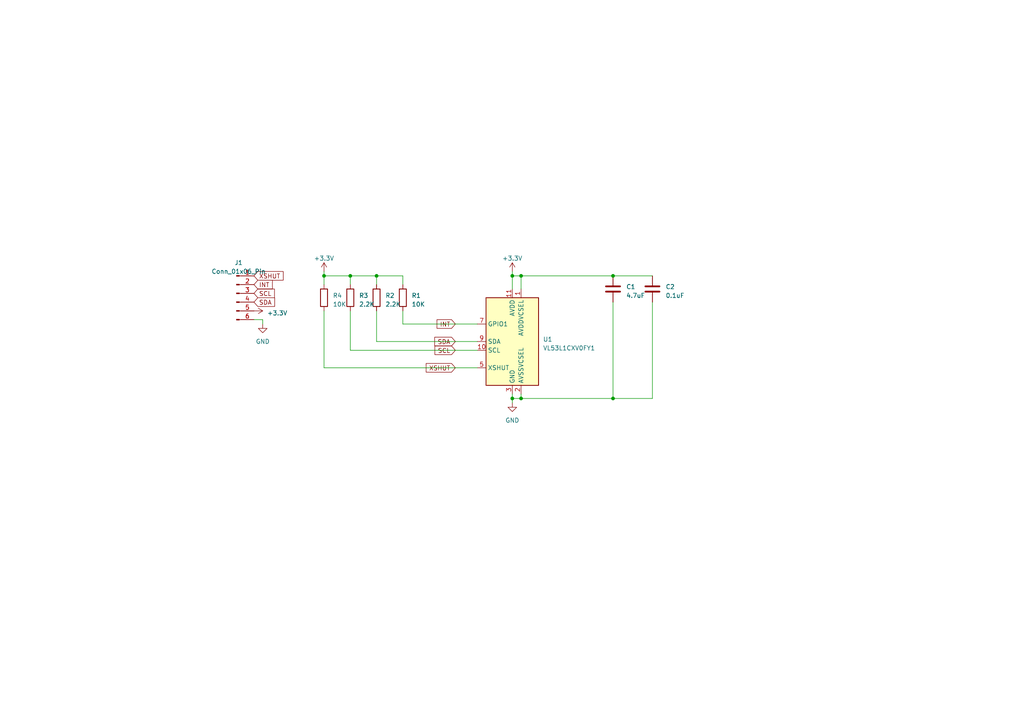
<source format=kicad_sch>
(kicad_sch (version 20230121) (generator eeschema)
  (paper "A4")
  (lib_symbols
    (symbol "Connector:Conn_01x06_Pin" (pin_names (offset 1.016) hide)
      (property "Reference" "J" (at 0 7.62 0))
      (property "Value" "Conn_01x06_Pin" (at 0 -10.16 0))
      (symbol "Conn_01x06_Pin_1_1"
        (polyline (pts (xy 1.27 -7.62) (xy 0.8636 -7.62)) (stroke (width 0.1524)))
        (polyline (pts (xy 1.27 -5.08) (xy 0.8636 -5.08)) (stroke (width 0.1524)))
        (polyline (pts (xy 1.27 -2.54) (xy 0.8636 -2.54)) (stroke (width 0.1524)))
        (polyline (pts (xy 1.27 0) (xy 0.8636 0)) (stroke (width 0.1524)))
        (polyline (pts (xy 1.27 2.54) (xy 0.8636 2.54)) (stroke (width 0.1524)))
        (polyline (pts (xy 1.27 5.08) (xy 0.8636 5.08)) (stroke (width 0.1524)))
        (rectangle (start 0.8636 -7.493) (end 0 -7.747) (stroke (width 0.1524)) (fill (type outline)))
        (rectangle (start 0.8636 -4.953) (end 0 -5.207) (stroke (width 0.1524)) (fill (type outline)))
        (rectangle (start 0.8636 -2.413) (end 0 -2.667) (stroke (width 0.1524)) (fill (type outline)))
        (rectangle (start 0.8636 0.127) (end 0 -0.127) (stroke (width 0.1524)) (fill (type outline)))
        (rectangle (start 0.8636 2.667) (end 0 2.413) (stroke (width 0.1524)) (fill (type outline)))
        (rectangle (start 0.8636 5.207) (end 0 4.953) (stroke (width 0.1524)) (fill (type outline)))
        (pin passive line (at 5.08 5.08 180) (length 3.81) (name "Pin_1") (number "1"))
        (pin passive line (at 5.08 2.54 180) (length 3.81) (name "Pin_2") (number "2"))
        (pin passive line (at 5.08 0 180) (length 3.81) (name "Pin_3") (number "3"))
        (pin passive line (at 5.08 -2.54 180) (length 3.81) (name "Pin_4") (number "4"))
        (pin passive line (at 5.08 -5.08 180) (length 3.81) (name "Pin_5") (number "5"))
        (pin passive line (at 5.08 -7.62 180) (length 3.81) (name "Pin_6") (number "6"))
      )
    )
    (symbol "Device:C" (pin_numbers hide) (pin_names (offset 0.254))
      (property "Reference" "C" (at 0.635 2.54 0))
      (property "Value" "C" (at 0.635 -2.54 0))
      (symbol "C_0_1"
        (polyline (pts (xy -2.032 -0.762) (xy 2.032 -0.762)) (stroke (width 0.508)))
        (polyline (pts (xy -2.032 0.762) (xy 2.032 0.762)) (stroke (width 0.508)))
      )
      (symbol "C_1_1"
        (pin passive line (at 0 3.81 270) (length 2.794) (name "~") (number "1"))
        (pin passive line (at 0 -3.81 90) (length 2.794) (name "~") (number "2"))
      )
    )
    (symbol "Device:R" (pin_numbers hide) (pin_names (offset 0))
      (property "Reference" "R" (at 2.032 0 90))
      (property "Value" "R" (at 0 0 90))
      (symbol "R_0_1"
        (rectangle (start -1.016 -2.54) (end 1.016 2.54) (stroke (width 0.254)))
      )
      (symbol "R_1_1"
        (pin passive line (at 0 3.81 270) (length 1.27) (name "~") (number "1"))
        (pin passive line (at 0 -3.81 90) (length 1.27) (name "~") (number "2"))
      )
    )
    (symbol "Sensor_Distance:VL53L1CXV0FY1"
      (property "Reference" "U" (at -6.35 13.97 0))
      (property "Value" "VL53L1CXV0FY1" (at 12.065 13.97 0))
      (symbol "VL53L1CXV0FY1_0_1"
        (rectangle (start -7.62 12.7) (end 7.62 -12.7) (stroke (width 0.254)) (fill (type background)))
      )
      (symbol "VL53L1CXV0FY1_1_1"
        (pin power_in line (at 2.54 15.24 270) (length 2.54) (name "AVDDVCSEL") (number "1"))
        (pin input line (at -10.16 -2.54 0) (length 2.54) (name "SCL") (number "10"))
        (pin power_in line (at 0 15.24 270) (length 2.54) (name "AVDD") (number "11"))
        (pin passive line (at 0 -15.24 90) (length 2.54) hide (name "GND") (number "12"))
        (pin power_in line (at 2.54 -15.24 90) (length 2.54) (name "AVSSVCSEL") (number "2"))
        (pin power_in line (at 0 -15.24 90) (length 2.54) (name "GND") (number "3"))
        (pin passive line (at 0 -15.24 90) (length 2.54) hide (name "GND") (number "4"))
        (pin input line (at -10.16 -7.62 0) (length 2.54) (name "XSHUT") (number "5"))
        (pin passive line (at 0 -15.24 90) (length 2.54) hide (name "GND") (number "6"))
        (pin open_collector line (at -10.16 5.08 0) (length 2.54) (name "GPIO1") (number "7"))
        (pin no_connect line (at -7.62 7.62 0) (length 2.54) hide (name "DNC") (number "8"))
        (pin bidirectional line (at -10.16 0 0) (length 2.54) (name "SDA") (number "9"))
      )
    )
    (symbol "power:+3.3V" (power) (pin_names (offset 0))
      (property "Value" "+3.3V" (at 0 3.556 0))
      (symbol "+3.3V_0_1"
        (polyline (pts (xy -0.762 1.27) (xy 0 2.54)))
        (polyline (pts (xy 0 0) (xy 0 2.54)))
        (polyline (pts (xy 0 2.54) (xy 0.762 1.27)))
      )
      (symbol "+3.3V_1_1"
        (pin power_in line (at 0 0 90) (length 0) hide (name "+3.3V") (number "1"))
      )
    )
    (symbol "power:GND" (power) (pin_names (offset 0))
      (property "Value" "GND" (at 0 -3.81 0))
      (symbol "GND_0_1"
        (polyline (pts (xy 0 0) (xy 0 -1.27) (xy 1.27 -1.27) (xy 0 -2.54) (xy -1.27 -1.27) (xy 0 -1.27)))
      )
      (symbol "GND_1_1"
        (pin power_in line (at 0 0 270) (length 0) hide (name "GND") (number "1"))
      )
    )
  )
  (junction (at 109.22 80.01))
  (junction (at 148.59 80.01))
  (junction (at 101.6 80.01))
  (junction (at 151.13 115.57))
  (junction (at 93.98 80.01))
  (junction (at 151.13 80.01))
  (junction (at 177.8 80.01))
  (junction (at 148.59 115.57))
  (junction (at 177.8 115.57))
  (wire (pts (xy 116.84 82.55) (xy 116.84 80.01)))
  (wire (pts (xy 148.59 80.01) (xy 148.59 83.82)))
  (wire (pts (xy 109.22 99.06) (xy 138.43 99.06)))
  (wire (pts (xy 189.23 87.63) (xy 189.23 115.57)))
  (wire (pts (xy 177.8 115.57) (xy 151.13 115.57)))
  (wire (pts (xy 93.98 106.68) (xy 138.43 106.68)))
  (wire (pts (xy 151.13 115.57) (xy 148.59 115.57)))
  (wire (pts (xy 101.6 101.6) (xy 138.43 101.6)))
  (wire (pts (xy 177.8 87.63) (xy 177.8 115.57)))
  (wire (pts (xy 151.13 83.82) (xy 151.13 80.01)))
  (wire (pts (xy 148.59 115.57) (xy 148.59 116.84)))
  (wire (pts (xy 116.84 93.98) (xy 138.43 93.98)))
  (wire (pts (xy 148.59 78.74) (xy 148.59 80.01)))
  (wire (pts (xy 109.22 82.55) (xy 109.22 80.01)))
  (wire (pts (xy 101.6 80.01) (xy 93.98 80.01)))
  (wire (pts (xy 76.2 92.71) (xy 73.66 92.71)))
  (wire (pts (xy 76.2 93.98) (xy 76.2 92.71)))
  (wire (pts (xy 148.59 114.3) (xy 148.59 115.57)))
  (wire (pts (xy 93.98 90.17) (xy 93.98 106.68)))
  (wire (pts (xy 116.84 90.17) (xy 116.84 93.98)))
  (wire (pts (xy 109.22 90.17) (xy 109.22 99.06)))
  (wire (pts (xy 189.23 115.57) (xy 177.8 115.57)))
  (wire (pts (xy 151.13 114.3) (xy 151.13 115.57)))
  (wire (pts (xy 101.6 90.17) (xy 101.6 101.6)))
  (wire (pts (xy 101.6 82.55) (xy 101.6 80.01)))
  (wire (pts (xy 148.59 80.01) (xy 151.13 80.01)))
  (wire (pts (xy 93.98 80.01) (xy 93.98 82.55)))
  (wire (pts (xy 177.8 80.01) (xy 189.23 80.01)))
  (wire (pts (xy 109.22 80.01) (xy 101.6 80.01)))
  (wire (pts (xy 116.84 80.01) (xy 109.22 80.01)))
  (wire (pts (xy 93.98 78.74) (xy 93.98 80.01)))
  (wire (pts (xy 151.13 80.01) (xy 177.8 80.01)))
  (global_label "INT" (shape input) (at 73.66 82.55 0) (property "Intersheetrefs" "${INTERSHEET_REFS}" (effects hide)))
  (global_label "SCL" (shape input) (at 73.66 85.09 0) (property "Intersheetrefs" "${INTERSHEET_REFS}" (effects hide)))
  (global_label "INT" (shape input) (at 132.08 93.98 180) (property "Intersheetrefs" "${INTERSHEET_REFS}" (effects hide)))
  (global_label "XSHUT" (shape input) (at 73.66 80.01 0) (property "Intersheetrefs" "${INTERSHEET_REFS}" (effects hide)))
  (global_label "SDA" (shape input) (at 132.08 99.06 180) (property "Intersheetrefs" "${INTERSHEET_REFS}" (effects hide)))
  (global_label "SCL" (shape input) (at 132.08 101.6 180) (property "Intersheetrefs" "${INTERSHEET_REFS}" (effects hide)))
  (global_label "SDA" (shape input) (at 73.66 87.63 0) (property "Intersheetrefs" "${INTERSHEET_REFS}" (effects hide)))
  (global_label "XSHUT" (shape input) (at 132.08 106.68 180) (property "Intersheetrefs" "${INTERSHEET_REFS}" (effects hide)))
  (symbol (lib_id "power:+3.3V") (at 148.59 78.74 0) (unit 1)
    (property "Reference" "#PWR02" (effects hide))
    (property "Value" "+3.3V" (at 148.59 74.93 0))
  )
  (symbol (lib_id "power:+3.3V") (at 73.66 90.17 270) (unit 1)
    (property "Reference" "#PWR04" (effects hide))
    (property "Value" "+3.3V" (at 77.47 90.805 90) (effects (justify left)))
  )
  (symbol (lib_id "power:GND") (at 76.2 93.98 0) (unit 1)
    (property "Reference" "#PWR05" (effects hide))
    (property "Value" "GND" (at 76.2 99.06 0))
  )
  (symbol (lib_id "power:+3.3V") (at 93.98 78.74 0) (unit 1)
    (property "Reference" "#PWR01" (effects hide))
    (property "Value" "+3.3V" (at 93.98 74.93 0))
  )
  (symbol (lib_id "Device:C") (at 189.23 83.82 0) (unit 1)
    (property "Reference" "C2" (at 193.04 83.185 0) (effects (justify left)))
    (property "Value" "0.1uF" (at 193.04 85.725 0) (effects (justify left)))
    (property "Footprint" "Capacitor_SMD:C_0603_1608Metric" (effects hide))
  )
  (symbol (lib_id "Connector:Conn_01x06_Pin") (at 68.58 85.09 0) (unit 1)
    (property "Reference" "J1" (at 69.215 76.2 0))
    (property "Value" "Conn_01x06_Pin" (at 69.215 78.74 0))
    (property "Footprint" "Connector_PinHeader_2.54mm:PinHeader_1x06_P2.54mm_Vertical" (effects hide))
  )
  (symbol (lib_id "Sensor_Distance:VL53L1CXV0FY1") (at 148.59 99.06 0) (unit 1)
    (property "Reference" "U1" (at 157.48 98.425 0) (effects (justify left)))
    (property "Value" "VL53L1CXV0FY1" (at 157.48 100.965 0) (effects (justify left)))
    (property "Footprint" "Sensor_Distance:ST_VL53L1x" (effects hide))
    (property "Datasheet" "https://www.st.com/resource/en/datasheet/vl53l1x.pdf" (effects hide))
  )
  (symbol (lib_id "Device:R") (at 116.84 86.36 0) (unit 1)
    (property "Reference" "R1" (at 119.38 85.725 0) (effects (justify left)))
    (property "Value" "10K" (at 119.38 88.265 0) (effects (justify left)))
    (property "Footprint" "Resistor_SMD:R_0603_1608Metric" (effects hide))
  )
  (symbol (lib_id "Device:R") (at 101.6 86.36 0) (unit 1)
    (property "Reference" "R3" (at 104.14 85.725 0) (effects (justify left)))
    (property "Value" "2.2K" (at 104.14 88.265 0) (effects (justify left)))
    (property "Footprint" "Resistor_SMD:R_0603_1608Metric" (effects hide))
  )
  (symbol (lib_id "Device:C") (at 177.8 83.82 0) (unit 1)
    (property "Reference" "C1" (at 181.61 83.185 0) (effects (justify left)))
    (property "Value" "4.7uF" (at 181.61 85.725 0) (effects (justify left)))
    (property "Footprint" "Capacitor_SMD:C_0603_1608Metric" (effects hide))
  )
  (symbol (lib_id "Device:R") (at 109.22 86.36 0) (unit 1)
    (property "Reference" "R2" (at 111.76 85.725 0) (effects (justify left)))
    (property "Value" "2.2K" (at 111.76 88.265 0) (effects (justify left)))
    (property "Footprint" "Resistor_SMD:R_0603_1608Metric" (effects hide))
  )
  (symbol (lib_id "power:GND") (at 148.59 116.84 0) (unit 1)
    (property "Reference" "#PWR03" (effects hide))
    (property "Value" "GND" (at 148.59 121.92 0))
  )
  (symbol (lib_id "Device:R") (at 93.98 86.36 0) (unit 1)
    (property "Reference" "R4" (at 96.52 85.725 0) (effects (justify left)))
    (property "Value" "10K" (at 96.52 88.265 0) (effects (justify left)))
    (property "Footprint" "Resistor_SMD:R_0603_1608Metric" (effects hide))
  )
)
</source>
